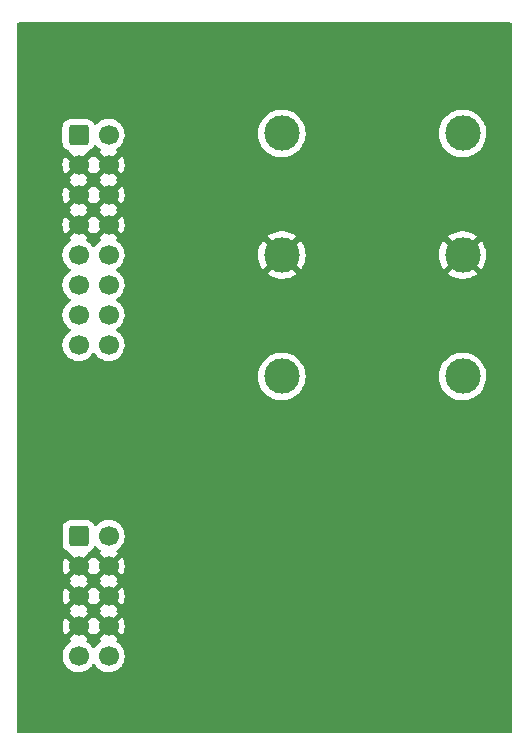
<source format=gbl>
%TF.GenerationSoftware,KiCad,Pcbnew,(6.0.0-0)*%
%TF.CreationDate,2022-04-11T16:32:45+01:00*%
%TF.ProjectId,euro-power-friend,6575726f-2d70-46f7-9765-722d66726965,rev?*%
%TF.SameCoordinates,Original*%
%TF.FileFunction,Copper,L2,Bot*%
%TF.FilePolarity,Positive*%
%FSLAX46Y46*%
G04 Gerber Fmt 4.6, Leading zero omitted, Abs format (unit mm)*
G04 Created by KiCad (PCBNEW (6.0.0-0)) date 2022-04-11 16:32:45*
%MOMM*%
%LPD*%
G01*
G04 APERTURE LIST*
G04 Aperture macros list*
%AMRoundRect*
0 Rectangle with rounded corners*
0 $1 Rounding radius*
0 $2 $3 $4 $5 $6 $7 $8 $9 X,Y pos of 4 corners*
0 Add a 4 corners polygon primitive as box body*
4,1,4,$2,$3,$4,$5,$6,$7,$8,$9,$2,$3,0*
0 Add four circle primitives for the rounded corners*
1,1,$1+$1,$2,$3*
1,1,$1+$1,$4,$5*
1,1,$1+$1,$6,$7*
1,1,$1+$1,$8,$9*
0 Add four rect primitives between the rounded corners*
20,1,$1+$1,$2,$3,$4,$5,0*
20,1,$1+$1,$4,$5,$6,$7,0*
20,1,$1+$1,$6,$7,$8,$9,0*
20,1,$1+$1,$8,$9,$2,$3,0*%
G04 Aperture macros list end*
%TA.AperFunction,ComponentPad*%
%ADD10RoundRect,0.250000X-0.600000X-0.600000X0.600000X-0.600000X0.600000X0.600000X-0.600000X0.600000X0*%
%TD*%
%TA.AperFunction,ComponentPad*%
%ADD11C,1.700000*%
%TD*%
%TA.AperFunction,ComponentPad*%
%ADD12C,3.000000*%
%TD*%
%TA.AperFunction,ViaPad*%
%ADD13C,0.762000*%
%TD*%
G04 APERTURE END LIST*
D10*
%TO.P,J5,1,Pin_1*%
%TO.N,-12V*%
X118237000Y-104569500D03*
D11*
%TO.P,J5,2,Pin_2*%
X120777000Y-104569500D03*
%TO.P,J5,3,Pin_3*%
%TO.N,GND*%
X118237000Y-107109500D03*
%TO.P,J5,4,Pin_4*%
X120777000Y-107109500D03*
%TO.P,J5,5,Pin_5*%
X118237000Y-109649500D03*
%TO.P,J5,6,Pin_6*%
X120777000Y-109649500D03*
%TO.P,J5,7,Pin_7*%
X118237000Y-112189500D03*
%TO.P,J5,8,Pin_8*%
X120777000Y-112189500D03*
%TO.P,J5,9,Pin_9*%
%TO.N,+12V*%
X118237000Y-114729500D03*
%TO.P,J5,10,Pin_10*%
X120777000Y-114729500D03*
%TD*%
D10*
%TO.P,J4,1,Pin_1*%
%TO.N,-12V*%
X118229806Y-70600432D03*
D11*
%TO.P,J4,2,Pin_2*%
X120769806Y-70600432D03*
%TO.P,J4,3,Pin_3*%
%TO.N,GND*%
X118229806Y-73140432D03*
%TO.P,J4,4,Pin_4*%
X120769806Y-73140432D03*
%TO.P,J4,5,Pin_5*%
X118229806Y-75680432D03*
%TO.P,J4,6,Pin_6*%
X120769806Y-75680432D03*
%TO.P,J4,7,Pin_7*%
X118229806Y-78220432D03*
%TO.P,J4,8,Pin_8*%
X120769806Y-78220432D03*
%TO.P,J4,9,Pin_9*%
%TO.N,+12V*%
X118229806Y-80760432D03*
%TO.P,J4,10,Pin_10*%
X120769806Y-80760432D03*
%TO.P,J4,11,Pin_11*%
%TO.N,unconnected-(J4-Pad11)*%
X118229806Y-83300432D03*
%TO.P,J4,12,Pin_12*%
%TO.N,unconnected-(J4-Pad12)*%
X120769806Y-83300432D03*
%TO.P,J4,13,Pin_13*%
%TO.N,unconnected-(J4-Pad13)*%
X118229806Y-85840432D03*
%TO.P,J4,14,Pin_14*%
%TO.N,unconnected-(J4-Pad14)*%
X120769806Y-85840432D03*
%TO.P,J4,15,Pin_15*%
%TO.N,unconnected-(J4-Pad15)*%
X118229806Y-88380432D03*
%TO.P,J4,16,Pin_16*%
%TO.N,unconnected-(J4-Pad16)*%
X120769806Y-88380432D03*
%TD*%
D12*
%TO.P,J3,1*%
%TO.N,-12V*%
X135449000Y-70485000D03*
X150749000Y-70485000D03*
%TD*%
%TO.P,J2,1*%
%TO.N,GND*%
X150749000Y-80772000D03*
X135449000Y-80772000D03*
%TD*%
%TO.P,J1,1*%
%TO.N,+12V*%
X135449000Y-91059000D03*
X150749000Y-91059000D03*
%TD*%
D13*
%TO.N,GND*%
X128270000Y-76327000D03*
X127889000Y-65659000D03*
X147193000Y-112522000D03*
X127889000Y-95758000D03*
%TD*%
%TA.AperFunction,Conductor*%
%TO.N,GND*%
G36*
X154783058Y-61088500D02*
G01*
X154797859Y-61090805D01*
X154797862Y-61090805D01*
X154806731Y-61092186D01*
X154812852Y-61091385D01*
X154879374Y-61111803D01*
X154925209Y-61166022D01*
X154933777Y-61207865D01*
X154934814Y-61207729D01*
X154938936Y-61239250D01*
X154940000Y-61255588D01*
X154940000Y-121108673D01*
X154938500Y-121128057D01*
X154934814Y-121151731D01*
X154935615Y-121157852D01*
X154915197Y-121224374D01*
X154860978Y-121270209D01*
X154819135Y-121278777D01*
X154819271Y-121279814D01*
X154787750Y-121283936D01*
X154771412Y-121285000D01*
X113206327Y-121285000D01*
X113186942Y-121283500D01*
X113172141Y-121281195D01*
X113172138Y-121281195D01*
X113163269Y-121279814D01*
X113157148Y-121280615D01*
X113090626Y-121260197D01*
X113044791Y-121205978D01*
X113036223Y-121164135D01*
X113035186Y-121164271D01*
X113031064Y-121132750D01*
X113030000Y-121116412D01*
X113030000Y-114696195D01*
X116874251Y-114696195D01*
X116874548Y-114701348D01*
X116874548Y-114701351D01*
X116880011Y-114796090D01*
X116887110Y-114919215D01*
X116888247Y-114924261D01*
X116888248Y-114924267D01*
X116908119Y-115012439D01*
X116936222Y-115137139D01*
X117020266Y-115344116D01*
X117071019Y-115426938D01*
X117134291Y-115530188D01*
X117136987Y-115534588D01*
X117283250Y-115703438D01*
X117455126Y-115846132D01*
X117648000Y-115958838D01*
X117856692Y-116038530D01*
X117861760Y-116039561D01*
X117861763Y-116039562D01*
X117969017Y-116061383D01*
X118075597Y-116083067D01*
X118080772Y-116083257D01*
X118080774Y-116083257D01*
X118293673Y-116091064D01*
X118293677Y-116091064D01*
X118298837Y-116091253D01*
X118303957Y-116090597D01*
X118303959Y-116090597D01*
X118515288Y-116063525D01*
X118515289Y-116063525D01*
X118520416Y-116062868D01*
X118525366Y-116061383D01*
X118729429Y-116000161D01*
X118729434Y-116000159D01*
X118734384Y-115998674D01*
X118934994Y-115900396D01*
X119116860Y-115770673D01*
X119275096Y-115612989D01*
X119334594Y-115530189D01*
X119405453Y-115431577D01*
X119406776Y-115432528D01*
X119453645Y-115389357D01*
X119523580Y-115377125D01*
X119589026Y-115404644D01*
X119616875Y-115436494D01*
X119676987Y-115534588D01*
X119823250Y-115703438D01*
X119995126Y-115846132D01*
X120188000Y-115958838D01*
X120396692Y-116038530D01*
X120401760Y-116039561D01*
X120401763Y-116039562D01*
X120509017Y-116061383D01*
X120615597Y-116083067D01*
X120620772Y-116083257D01*
X120620774Y-116083257D01*
X120833673Y-116091064D01*
X120833677Y-116091064D01*
X120838837Y-116091253D01*
X120843957Y-116090597D01*
X120843959Y-116090597D01*
X121055288Y-116063525D01*
X121055289Y-116063525D01*
X121060416Y-116062868D01*
X121065366Y-116061383D01*
X121269429Y-116000161D01*
X121269434Y-116000159D01*
X121274384Y-115998674D01*
X121474994Y-115900396D01*
X121656860Y-115770673D01*
X121815096Y-115612989D01*
X121874594Y-115530189D01*
X121942435Y-115435777D01*
X121945453Y-115431577D01*
X121966320Y-115389357D01*
X122042136Y-115235953D01*
X122042137Y-115235951D01*
X122044430Y-115231311D01*
X122109370Y-115017569D01*
X122138529Y-114796090D01*
X122140156Y-114729500D01*
X122121852Y-114506861D01*
X122067431Y-114290202D01*
X121978354Y-114085340D01*
X121857014Y-113897777D01*
X121706670Y-113732551D01*
X121702619Y-113729352D01*
X121702615Y-113729348D01*
X121535414Y-113597300D01*
X121535410Y-113597298D01*
X121531359Y-113594098D01*
X121489569Y-113571029D01*
X121439598Y-113520597D01*
X121424826Y-113451154D01*
X121449942Y-113384748D01*
X121477293Y-113358142D01*
X121526247Y-113323223D01*
X121534648Y-113312523D01*
X121527660Y-113299370D01*
X120789812Y-112561522D01*
X120775868Y-112553908D01*
X120774035Y-112554039D01*
X120767420Y-112558290D01*
X120023737Y-113301973D01*
X120016977Y-113314353D01*
X120022258Y-113321407D01*
X120068969Y-113348703D01*
X120117693Y-113400341D01*
X120130764Y-113470124D01*
X120104033Y-113535896D01*
X120063584Y-113569252D01*
X120050607Y-113576007D01*
X120046474Y-113579110D01*
X120046471Y-113579112D01*
X120022247Y-113597300D01*
X119871965Y-113710135D01*
X119717629Y-113871638D01*
X119610201Y-114029121D01*
X119555293Y-114074121D01*
X119484768Y-114082292D01*
X119421021Y-114051038D01*
X119400324Y-114026554D01*
X119319822Y-113902117D01*
X119319820Y-113902114D01*
X119317014Y-113897777D01*
X119166670Y-113732551D01*
X119162619Y-113729352D01*
X119162615Y-113729348D01*
X118995414Y-113597300D01*
X118995410Y-113597298D01*
X118991359Y-113594098D01*
X118949569Y-113571029D01*
X118899598Y-113520597D01*
X118884826Y-113451154D01*
X118909942Y-113384748D01*
X118937293Y-113358142D01*
X118986247Y-113323223D01*
X118994648Y-113312523D01*
X118987660Y-113299370D01*
X118249812Y-112561522D01*
X118235868Y-112553908D01*
X118234035Y-112554039D01*
X118227420Y-112558290D01*
X117483737Y-113301973D01*
X117476977Y-113314353D01*
X117482258Y-113321407D01*
X117528969Y-113348703D01*
X117577693Y-113400341D01*
X117590764Y-113470124D01*
X117564033Y-113535896D01*
X117523584Y-113569252D01*
X117510607Y-113576007D01*
X117506474Y-113579110D01*
X117506471Y-113579112D01*
X117482247Y-113597300D01*
X117331965Y-113710135D01*
X117177629Y-113871638D01*
X117051743Y-114056180D01*
X116957688Y-114258805D01*
X116897989Y-114474070D01*
X116874251Y-114696195D01*
X113030000Y-114696195D01*
X113030000Y-112161363D01*
X116875050Y-112161363D01*
X116887309Y-112373977D01*
X116888745Y-112384197D01*
X116935565Y-112591946D01*
X116938645Y-112601775D01*
X117018770Y-112799103D01*
X117023413Y-112808294D01*
X117103460Y-112938920D01*
X117113916Y-112948380D01*
X117122694Y-112944596D01*
X117864978Y-112202312D01*
X117871356Y-112190632D01*
X118601408Y-112190632D01*
X118601539Y-112192465D01*
X118605790Y-112199080D01*
X119347474Y-112940764D01*
X119359484Y-112947323D01*
X119371223Y-112938355D01*
X119405022Y-112891319D01*
X119406149Y-112892129D01*
X119453659Y-112848381D01*
X119523596Y-112836161D01*
X119589038Y-112863691D01*
X119616870Y-112895529D01*
X119643459Y-112938919D01*
X119653916Y-112948380D01*
X119662694Y-112944596D01*
X120404978Y-112202312D01*
X120411356Y-112190632D01*
X121141408Y-112190632D01*
X121141539Y-112192465D01*
X121145790Y-112199080D01*
X121887474Y-112940764D01*
X121899484Y-112947323D01*
X121911223Y-112938355D01*
X121942004Y-112895519D01*
X121947315Y-112886680D01*
X122041670Y-112695767D01*
X122045469Y-112686172D01*
X122107376Y-112482415D01*
X122109555Y-112472334D01*
X122137590Y-112259387D01*
X122138109Y-112252712D01*
X122139572Y-112192864D01*
X122139378Y-112186146D01*
X122121781Y-111972104D01*
X122120096Y-111961924D01*
X122068214Y-111755375D01*
X122064894Y-111745624D01*
X121979972Y-111550314D01*
X121975105Y-111541239D01*
X121910063Y-111440697D01*
X121899377Y-111431495D01*
X121889812Y-111435898D01*
X121149022Y-112176688D01*
X121141408Y-112190632D01*
X120411356Y-112190632D01*
X120412592Y-112188368D01*
X120412461Y-112186535D01*
X120408210Y-112179920D01*
X119666849Y-111438559D01*
X119655313Y-111432259D01*
X119643028Y-111441884D01*
X119610192Y-111490020D01*
X119555281Y-111535023D01*
X119484756Y-111543194D01*
X119421009Y-111511940D01*
X119400311Y-111487455D01*
X119370062Y-111440697D01*
X119359377Y-111431495D01*
X119349812Y-111435898D01*
X118609022Y-112176688D01*
X118601408Y-112190632D01*
X117871356Y-112190632D01*
X117872592Y-112188368D01*
X117872461Y-112186535D01*
X117868210Y-112179920D01*
X117126849Y-111438559D01*
X117115313Y-111432259D01*
X117103031Y-111441882D01*
X117055089Y-111512162D01*
X117050004Y-111521113D01*
X116960338Y-111714283D01*
X116956775Y-111723970D01*
X116899864Y-111929181D01*
X116897933Y-111939300D01*
X116875302Y-112151074D01*
X116875050Y-112161363D01*
X113030000Y-112161363D01*
X113030000Y-110774353D01*
X117476977Y-110774353D01*
X117482258Y-110781407D01*
X117529479Y-110809001D01*
X117578203Y-110860639D01*
X117591274Y-110930422D01*
X117564543Y-110996194D01*
X117524087Y-111029553D01*
X117515466Y-111034041D01*
X117506734Y-111039539D01*
X117486677Y-111054599D01*
X117478223Y-111065927D01*
X117484968Y-111078258D01*
X118224188Y-111817478D01*
X118238132Y-111825092D01*
X118239965Y-111824961D01*
X118246580Y-111820710D01*
X118990389Y-111076901D01*
X118997410Y-111064044D01*
X118990611Y-111054713D01*
X118986559Y-111052021D01*
X118949116Y-111031352D01*
X118899145Y-110980920D01*
X118884373Y-110911477D01*
X118909489Y-110845072D01*
X118936840Y-110818465D01*
X118986247Y-110783223D01*
X118993211Y-110774353D01*
X120016977Y-110774353D01*
X120022258Y-110781407D01*
X120069479Y-110809001D01*
X120118203Y-110860639D01*
X120131274Y-110930422D01*
X120104543Y-110996194D01*
X120064087Y-111029553D01*
X120055466Y-111034041D01*
X120046734Y-111039539D01*
X120026677Y-111054599D01*
X120018223Y-111065927D01*
X120024968Y-111078258D01*
X120764188Y-111817478D01*
X120778132Y-111825092D01*
X120779965Y-111824961D01*
X120786580Y-111820710D01*
X121530389Y-111076901D01*
X121537410Y-111064044D01*
X121530611Y-111054713D01*
X121526559Y-111052021D01*
X121489116Y-111031352D01*
X121439145Y-110980920D01*
X121424373Y-110911477D01*
X121449489Y-110845072D01*
X121476840Y-110818465D01*
X121526247Y-110783223D01*
X121534648Y-110772523D01*
X121527660Y-110759370D01*
X120789812Y-110021522D01*
X120775868Y-110013908D01*
X120774035Y-110014039D01*
X120767420Y-110018290D01*
X120023737Y-110761973D01*
X120016977Y-110774353D01*
X118993211Y-110774353D01*
X118994648Y-110772523D01*
X118987660Y-110759370D01*
X118249812Y-110021522D01*
X118235868Y-110013908D01*
X118234035Y-110014039D01*
X118227420Y-110018290D01*
X117483737Y-110761973D01*
X117476977Y-110774353D01*
X113030000Y-110774353D01*
X113030000Y-109621363D01*
X116875050Y-109621363D01*
X116887309Y-109833977D01*
X116888745Y-109844197D01*
X116935565Y-110051946D01*
X116938645Y-110061775D01*
X117018770Y-110259103D01*
X117023413Y-110268294D01*
X117103460Y-110398920D01*
X117113916Y-110408380D01*
X117122694Y-110404596D01*
X117864978Y-109662312D01*
X117871356Y-109650632D01*
X118601408Y-109650632D01*
X118601539Y-109652465D01*
X118605790Y-109659080D01*
X119347474Y-110400764D01*
X119359484Y-110407323D01*
X119371223Y-110398355D01*
X119405022Y-110351319D01*
X119406149Y-110352129D01*
X119453659Y-110308381D01*
X119523596Y-110296161D01*
X119589038Y-110323691D01*
X119616870Y-110355529D01*
X119643459Y-110398919D01*
X119653916Y-110408380D01*
X119662694Y-110404596D01*
X120404978Y-109662312D01*
X120411356Y-109650632D01*
X121141408Y-109650632D01*
X121141539Y-109652465D01*
X121145790Y-109659080D01*
X121887474Y-110400764D01*
X121899484Y-110407323D01*
X121911223Y-110398355D01*
X121942004Y-110355519D01*
X121947315Y-110346680D01*
X122041670Y-110155767D01*
X122045469Y-110146172D01*
X122107376Y-109942415D01*
X122109555Y-109932334D01*
X122137590Y-109719387D01*
X122138109Y-109712712D01*
X122139572Y-109652864D01*
X122139378Y-109646146D01*
X122121781Y-109432104D01*
X122120096Y-109421924D01*
X122068214Y-109215375D01*
X122064894Y-109205624D01*
X121979972Y-109010314D01*
X121975105Y-109001239D01*
X121910063Y-108900697D01*
X121899377Y-108891495D01*
X121889812Y-108895898D01*
X121149022Y-109636688D01*
X121141408Y-109650632D01*
X120411356Y-109650632D01*
X120412592Y-109648368D01*
X120412461Y-109646535D01*
X120408210Y-109639920D01*
X119666849Y-108898559D01*
X119655313Y-108892259D01*
X119643028Y-108901884D01*
X119610192Y-108950020D01*
X119555281Y-108995023D01*
X119484756Y-109003194D01*
X119421009Y-108971940D01*
X119400311Y-108947455D01*
X119370062Y-108900697D01*
X119359377Y-108891495D01*
X119349812Y-108895898D01*
X118609022Y-109636688D01*
X118601408Y-109650632D01*
X117871356Y-109650632D01*
X117872592Y-109648368D01*
X117872461Y-109646535D01*
X117868210Y-109639920D01*
X117126849Y-108898559D01*
X117115313Y-108892259D01*
X117103031Y-108901882D01*
X117055089Y-108972162D01*
X117050004Y-108981113D01*
X116960338Y-109174283D01*
X116956775Y-109183970D01*
X116899864Y-109389181D01*
X116897933Y-109399300D01*
X116875302Y-109611074D01*
X116875050Y-109621363D01*
X113030000Y-109621363D01*
X113030000Y-108234353D01*
X117476977Y-108234353D01*
X117482258Y-108241407D01*
X117529479Y-108269001D01*
X117578203Y-108320639D01*
X117591274Y-108390422D01*
X117564543Y-108456194D01*
X117524087Y-108489553D01*
X117515466Y-108494041D01*
X117506734Y-108499539D01*
X117486677Y-108514599D01*
X117478223Y-108525927D01*
X117484968Y-108538258D01*
X118224188Y-109277478D01*
X118238132Y-109285092D01*
X118239965Y-109284961D01*
X118246580Y-109280710D01*
X118990389Y-108536901D01*
X118997410Y-108524044D01*
X118990611Y-108514713D01*
X118986559Y-108512021D01*
X118949116Y-108491352D01*
X118899145Y-108440920D01*
X118884373Y-108371477D01*
X118909489Y-108305072D01*
X118936840Y-108278465D01*
X118986247Y-108243223D01*
X118993211Y-108234353D01*
X120016977Y-108234353D01*
X120022258Y-108241407D01*
X120069479Y-108269001D01*
X120118203Y-108320639D01*
X120131274Y-108390422D01*
X120104543Y-108456194D01*
X120064087Y-108489553D01*
X120055466Y-108494041D01*
X120046734Y-108499539D01*
X120026677Y-108514599D01*
X120018223Y-108525927D01*
X120024968Y-108538258D01*
X120764188Y-109277478D01*
X120778132Y-109285092D01*
X120779965Y-109284961D01*
X120786580Y-109280710D01*
X121530389Y-108536901D01*
X121537410Y-108524044D01*
X121530611Y-108514713D01*
X121526559Y-108512021D01*
X121489116Y-108491352D01*
X121439145Y-108440920D01*
X121424373Y-108371477D01*
X121449489Y-108305072D01*
X121476840Y-108278465D01*
X121526247Y-108243223D01*
X121534648Y-108232523D01*
X121527660Y-108219370D01*
X120789812Y-107481522D01*
X120775868Y-107473908D01*
X120774035Y-107474039D01*
X120767420Y-107478290D01*
X120023737Y-108221973D01*
X120016977Y-108234353D01*
X118993211Y-108234353D01*
X118994648Y-108232523D01*
X118987660Y-108219370D01*
X118249812Y-107481522D01*
X118235868Y-107473908D01*
X118234035Y-107474039D01*
X118227420Y-107478290D01*
X117483737Y-108221973D01*
X117476977Y-108234353D01*
X113030000Y-108234353D01*
X113030000Y-107081363D01*
X116875050Y-107081363D01*
X116887309Y-107293977D01*
X116888745Y-107304197D01*
X116935565Y-107511946D01*
X116938645Y-107521775D01*
X117018770Y-107719103D01*
X117023413Y-107728294D01*
X117103460Y-107858920D01*
X117113916Y-107868380D01*
X117122694Y-107864596D01*
X117864978Y-107122312D01*
X117871356Y-107110632D01*
X118601408Y-107110632D01*
X118601539Y-107112465D01*
X118605790Y-107119080D01*
X119347474Y-107860764D01*
X119359484Y-107867323D01*
X119371223Y-107858355D01*
X119405022Y-107811319D01*
X119406149Y-107812129D01*
X119453659Y-107768381D01*
X119523596Y-107756161D01*
X119589038Y-107783691D01*
X119616870Y-107815529D01*
X119643459Y-107858919D01*
X119653916Y-107868380D01*
X119662694Y-107864596D01*
X120404978Y-107122312D01*
X120411356Y-107110632D01*
X121141408Y-107110632D01*
X121141539Y-107112465D01*
X121145790Y-107119080D01*
X121887474Y-107860764D01*
X121899484Y-107867323D01*
X121911223Y-107858355D01*
X121942004Y-107815519D01*
X121947315Y-107806680D01*
X122041670Y-107615767D01*
X122045469Y-107606172D01*
X122107376Y-107402415D01*
X122109555Y-107392334D01*
X122137590Y-107179387D01*
X122138109Y-107172712D01*
X122139572Y-107112864D01*
X122139378Y-107106146D01*
X122121781Y-106892104D01*
X122120096Y-106881924D01*
X122068214Y-106675375D01*
X122064894Y-106665624D01*
X121979972Y-106470314D01*
X121975105Y-106461239D01*
X121910063Y-106360697D01*
X121899377Y-106351495D01*
X121889812Y-106355898D01*
X121149022Y-107096688D01*
X121141408Y-107110632D01*
X120411356Y-107110632D01*
X120412592Y-107108368D01*
X120412461Y-107106535D01*
X120408210Y-107099920D01*
X119666849Y-106358559D01*
X119655313Y-106352259D01*
X119643028Y-106361884D01*
X119610192Y-106410020D01*
X119555281Y-106455023D01*
X119484756Y-106463194D01*
X119421009Y-106431940D01*
X119400311Y-106407455D01*
X119370062Y-106360697D01*
X119359377Y-106351495D01*
X119349812Y-106355898D01*
X118609022Y-107096688D01*
X118601408Y-107110632D01*
X117871356Y-107110632D01*
X117872592Y-107108368D01*
X117872461Y-107106535D01*
X117868210Y-107099920D01*
X117126849Y-106358559D01*
X117115313Y-106352259D01*
X117103031Y-106361882D01*
X117055089Y-106432162D01*
X117050004Y-106441113D01*
X116960338Y-106634283D01*
X116956775Y-106643970D01*
X116899864Y-106849181D01*
X116897933Y-106859300D01*
X116875302Y-107071074D01*
X116875050Y-107081363D01*
X113030000Y-107081363D01*
X113030000Y-105219900D01*
X116878500Y-105219900D01*
X116878837Y-105223146D01*
X116878837Y-105223150D01*
X116884298Y-105275777D01*
X116889474Y-105325666D01*
X116891655Y-105332202D01*
X116891655Y-105332204D01*
X116935728Y-105464306D01*
X116945450Y-105493446D01*
X117038522Y-105643848D01*
X117163697Y-105768805D01*
X117169927Y-105772645D01*
X117169928Y-105772646D01*
X117307090Y-105857194D01*
X117314262Y-105861615D01*
X117384939Y-105885057D01*
X117389219Y-105886477D01*
X117447579Y-105926907D01*
X117458299Y-105952711D01*
X117459650Y-105951972D01*
X117484968Y-105998258D01*
X118224188Y-106737478D01*
X118238132Y-106745092D01*
X118239965Y-106744961D01*
X118246580Y-106740710D01*
X118990389Y-105996901D01*
X119013183Y-105955159D01*
X119015357Y-105945166D01*
X119065561Y-105894966D01*
X119086066Y-105886032D01*
X119108552Y-105878530D01*
X119160946Y-105861050D01*
X119311348Y-105767978D01*
X119436305Y-105642803D01*
X119529115Y-105492238D01*
X119531418Y-105485295D01*
X119533763Y-105480266D01*
X119580680Y-105426981D01*
X119648958Y-105407521D01*
X119716918Y-105428064D01*
X119743194Y-105451020D01*
X119819860Y-105539525D01*
X119823250Y-105543438D01*
X119995126Y-105686132D01*
X120068955Y-105729274D01*
X120117679Y-105780912D01*
X120130750Y-105850695D01*
X120104019Y-105916467D01*
X120063562Y-105949827D01*
X120055460Y-105954044D01*
X120046734Y-105959539D01*
X120026677Y-105974599D01*
X120018223Y-105985927D01*
X120024968Y-105998258D01*
X120764188Y-106737478D01*
X120778132Y-106745092D01*
X120779965Y-106744961D01*
X120786580Y-106740710D01*
X121530389Y-105996901D01*
X121537410Y-105984044D01*
X121530611Y-105974713D01*
X121526559Y-105972021D01*
X121489602Y-105951620D01*
X121439631Y-105901187D01*
X121424859Y-105831745D01*
X121449975Y-105765339D01*
X121477327Y-105738732D01*
X121500797Y-105721991D01*
X121656860Y-105610673D01*
X121815096Y-105452989D01*
X121945453Y-105271577D01*
X121972608Y-105216634D01*
X122042136Y-105075953D01*
X122042137Y-105075951D01*
X122044430Y-105071311D01*
X122109370Y-104857569D01*
X122138529Y-104636090D01*
X122140156Y-104569500D01*
X122121852Y-104346861D01*
X122067431Y-104130202D01*
X121978354Y-103925340D01*
X121857014Y-103737777D01*
X121706670Y-103572551D01*
X121702619Y-103569352D01*
X121702615Y-103569348D01*
X121535414Y-103437300D01*
X121535410Y-103437298D01*
X121531359Y-103434098D01*
X121335789Y-103326138D01*
X121330920Y-103324414D01*
X121330916Y-103324412D01*
X121130087Y-103253295D01*
X121130083Y-103253294D01*
X121125212Y-103251569D01*
X121120119Y-103250662D01*
X121120116Y-103250661D01*
X120910373Y-103213300D01*
X120910367Y-103213299D01*
X120905284Y-103212394D01*
X120831452Y-103211492D01*
X120687081Y-103209728D01*
X120687079Y-103209728D01*
X120681911Y-103209665D01*
X120461091Y-103243455D01*
X120248756Y-103312857D01*
X120218443Y-103328637D01*
X120128678Y-103375366D01*
X120050607Y-103416007D01*
X120046474Y-103419110D01*
X120046471Y-103419112D01*
X119876100Y-103547030D01*
X119871965Y-103550135D01*
X119780781Y-103645554D01*
X119738027Y-103690293D01*
X119676503Y-103725723D01*
X119605590Y-103722266D01*
X119547804Y-103681020D01*
X119532833Y-103656694D01*
X119530865Y-103652494D01*
X119528550Y-103645554D01*
X119435478Y-103495152D01*
X119310303Y-103370195D01*
X119236030Y-103324412D01*
X119165968Y-103281225D01*
X119165966Y-103281224D01*
X119159738Y-103277385D01*
X118999254Y-103224155D01*
X118998389Y-103223868D01*
X118998387Y-103223868D01*
X118991861Y-103221703D01*
X118985025Y-103221003D01*
X118985022Y-103221002D01*
X118941969Y-103216591D01*
X118887400Y-103211000D01*
X117586600Y-103211000D01*
X117583354Y-103211337D01*
X117583350Y-103211337D01*
X117487692Y-103221262D01*
X117487688Y-103221263D01*
X117480834Y-103221974D01*
X117474298Y-103224155D01*
X117474296Y-103224155D01*
X117411631Y-103245062D01*
X117313054Y-103277950D01*
X117162652Y-103371022D01*
X117157479Y-103376204D01*
X117099686Y-103434098D01*
X117037695Y-103496197D01*
X117033855Y-103502427D01*
X117033854Y-103502428D01*
X116949466Y-103639331D01*
X116944885Y-103646762D01*
X116889203Y-103814639D01*
X116878500Y-103919100D01*
X116878500Y-105219900D01*
X113030000Y-105219900D01*
X113030000Y-91037918D01*
X133435917Y-91037918D01*
X133451682Y-91311320D01*
X133452507Y-91315525D01*
X133452508Y-91315533D01*
X133463127Y-91369657D01*
X133504405Y-91580053D01*
X133505792Y-91584103D01*
X133505793Y-91584108D01*
X133526605Y-91644895D01*
X133593112Y-91839144D01*
X133716160Y-92083799D01*
X133718586Y-92087328D01*
X133718589Y-92087334D01*
X133868843Y-92305953D01*
X133871274Y-92309490D01*
X134055582Y-92512043D01*
X134265675Y-92687707D01*
X134269316Y-92689991D01*
X134494024Y-92830951D01*
X134494028Y-92830953D01*
X134497664Y-92833234D01*
X134565544Y-92863883D01*
X134743345Y-92944164D01*
X134743349Y-92944166D01*
X134747257Y-92945930D01*
X134751377Y-92947150D01*
X134751376Y-92947150D01*
X135005723Y-93022491D01*
X135005727Y-93022492D01*
X135009836Y-93023709D01*
X135014070Y-93024357D01*
X135014075Y-93024358D01*
X135276298Y-93064483D01*
X135276300Y-93064483D01*
X135280540Y-93065132D01*
X135419912Y-93067322D01*
X135550071Y-93069367D01*
X135550077Y-93069367D01*
X135554362Y-93069434D01*
X135826235Y-93036534D01*
X136091127Y-92967041D01*
X136095087Y-92965401D01*
X136095092Y-92965399D01*
X136217631Y-92914641D01*
X136344136Y-92862241D01*
X136580582Y-92724073D01*
X136796089Y-92555094D01*
X136837809Y-92512043D01*
X136983686Y-92361509D01*
X136986669Y-92358431D01*
X136989202Y-92354983D01*
X136989206Y-92354978D01*
X137146257Y-92141178D01*
X137148795Y-92137723D01*
X137176154Y-92087334D01*
X137277418Y-91900830D01*
X137277419Y-91900828D01*
X137279468Y-91897054D01*
X137376269Y-91640877D01*
X137437407Y-91373933D01*
X137461751Y-91101161D01*
X137462193Y-91059000D01*
X137460756Y-91037918D01*
X148735917Y-91037918D01*
X148751682Y-91311320D01*
X148752507Y-91315525D01*
X148752508Y-91315533D01*
X148763127Y-91369657D01*
X148804405Y-91580053D01*
X148805792Y-91584103D01*
X148805793Y-91584108D01*
X148826605Y-91644895D01*
X148893112Y-91839144D01*
X149016160Y-92083799D01*
X149018586Y-92087328D01*
X149018589Y-92087334D01*
X149168843Y-92305953D01*
X149171274Y-92309490D01*
X149355582Y-92512043D01*
X149565675Y-92687707D01*
X149569316Y-92689991D01*
X149794024Y-92830951D01*
X149794028Y-92830953D01*
X149797664Y-92833234D01*
X149865544Y-92863883D01*
X150043345Y-92944164D01*
X150043349Y-92944166D01*
X150047257Y-92945930D01*
X150051377Y-92947150D01*
X150051376Y-92947150D01*
X150305723Y-93022491D01*
X150305727Y-93022492D01*
X150309836Y-93023709D01*
X150314070Y-93024357D01*
X150314075Y-93024358D01*
X150576298Y-93064483D01*
X150576300Y-93064483D01*
X150580540Y-93065132D01*
X150719912Y-93067322D01*
X150850071Y-93069367D01*
X150850077Y-93069367D01*
X150854362Y-93069434D01*
X151126235Y-93036534D01*
X151391127Y-92967041D01*
X151395087Y-92965401D01*
X151395092Y-92965399D01*
X151517631Y-92914641D01*
X151644136Y-92862241D01*
X151880582Y-92724073D01*
X152096089Y-92555094D01*
X152137809Y-92512043D01*
X152283686Y-92361509D01*
X152286669Y-92358431D01*
X152289202Y-92354983D01*
X152289206Y-92354978D01*
X152446257Y-92141178D01*
X152448795Y-92137723D01*
X152476154Y-92087334D01*
X152577418Y-91900830D01*
X152577419Y-91900828D01*
X152579468Y-91897054D01*
X152676269Y-91640877D01*
X152737407Y-91373933D01*
X152761751Y-91101161D01*
X152762193Y-91059000D01*
X152743567Y-90785778D01*
X152688032Y-90517612D01*
X152596617Y-90259465D01*
X152471013Y-90016112D01*
X152461040Y-90001921D01*
X152316008Y-89795562D01*
X152313545Y-89792057D01*
X152218208Y-89689462D01*
X152130046Y-89594588D01*
X152130043Y-89594585D01*
X152127125Y-89591445D01*
X152123810Y-89588731D01*
X152123806Y-89588728D01*
X151923284Y-89424603D01*
X151915205Y-89417990D01*
X151681704Y-89274901D01*
X151677768Y-89273173D01*
X151434873Y-89166549D01*
X151434869Y-89166548D01*
X151430945Y-89164825D01*
X151167566Y-89089800D01*
X151163324Y-89089196D01*
X151163318Y-89089195D01*
X150962834Y-89060662D01*
X150896443Y-89051213D01*
X150752589Y-89050460D01*
X150626877Y-89049802D01*
X150626871Y-89049802D01*
X150622591Y-89049780D01*
X150618347Y-89050339D01*
X150618343Y-89050339D01*
X150499302Y-89066011D01*
X150351078Y-89085525D01*
X150346938Y-89086658D01*
X150346936Y-89086658D01*
X150274008Y-89106609D01*
X150086928Y-89157788D01*
X150082980Y-89159472D01*
X149838982Y-89263546D01*
X149838978Y-89263548D01*
X149835030Y-89265232D01*
X149815125Y-89277145D01*
X149603725Y-89403664D01*
X149603721Y-89403667D01*
X149600043Y-89405868D01*
X149386318Y-89577094D01*
X149317507Y-89649606D01*
X149237421Y-89733999D01*
X149197808Y-89775742D01*
X149038002Y-89998136D01*
X148909857Y-90240161D01*
X148908385Y-90244184D01*
X148908383Y-90244188D01*
X148901314Y-90263506D01*
X148815743Y-90497337D01*
X148757404Y-90764907D01*
X148735917Y-91037918D01*
X137460756Y-91037918D01*
X137443567Y-90785778D01*
X137388032Y-90517612D01*
X137296617Y-90259465D01*
X137171013Y-90016112D01*
X137161040Y-90001921D01*
X137016008Y-89795562D01*
X137013545Y-89792057D01*
X136918208Y-89689462D01*
X136830046Y-89594588D01*
X136830043Y-89594585D01*
X136827125Y-89591445D01*
X136823810Y-89588731D01*
X136823806Y-89588728D01*
X136623284Y-89424603D01*
X136615205Y-89417990D01*
X136381704Y-89274901D01*
X136377768Y-89273173D01*
X136134873Y-89166549D01*
X136134869Y-89166548D01*
X136130945Y-89164825D01*
X135867566Y-89089800D01*
X135863324Y-89089196D01*
X135863318Y-89089195D01*
X135662834Y-89060662D01*
X135596443Y-89051213D01*
X135452589Y-89050460D01*
X135326877Y-89049802D01*
X135326871Y-89049802D01*
X135322591Y-89049780D01*
X135318347Y-89050339D01*
X135318343Y-89050339D01*
X135199302Y-89066011D01*
X135051078Y-89085525D01*
X135046938Y-89086658D01*
X135046936Y-89086658D01*
X134974008Y-89106609D01*
X134786928Y-89157788D01*
X134782980Y-89159472D01*
X134538982Y-89263546D01*
X134538978Y-89263548D01*
X134535030Y-89265232D01*
X134515125Y-89277145D01*
X134303725Y-89403664D01*
X134303721Y-89403667D01*
X134300043Y-89405868D01*
X134086318Y-89577094D01*
X134017507Y-89649606D01*
X133937421Y-89733999D01*
X133897808Y-89775742D01*
X133738002Y-89998136D01*
X133609857Y-90240161D01*
X133608385Y-90244184D01*
X133608383Y-90244188D01*
X133601314Y-90263506D01*
X133515743Y-90497337D01*
X133457404Y-90764907D01*
X133435917Y-91037918D01*
X113030000Y-91037918D01*
X113030000Y-88347127D01*
X116867057Y-88347127D01*
X116867354Y-88352280D01*
X116867354Y-88352283D01*
X116872817Y-88447022D01*
X116879916Y-88570147D01*
X116881053Y-88575193D01*
X116881054Y-88575199D01*
X116900925Y-88663371D01*
X116929028Y-88788071D01*
X117013072Y-88995048D01*
X117063825Y-89077870D01*
X117127097Y-89181120D01*
X117129793Y-89185520D01*
X117276056Y-89354370D01*
X117447932Y-89497064D01*
X117640806Y-89609770D01*
X117849498Y-89689462D01*
X117854566Y-89690493D01*
X117854569Y-89690494D01*
X117961823Y-89712315D01*
X118068403Y-89733999D01*
X118073578Y-89734189D01*
X118073580Y-89734189D01*
X118286479Y-89741996D01*
X118286483Y-89741996D01*
X118291643Y-89742185D01*
X118296763Y-89741529D01*
X118296765Y-89741529D01*
X118508094Y-89714457D01*
X118508095Y-89714457D01*
X118513222Y-89713800D01*
X118518172Y-89712315D01*
X118722235Y-89651093D01*
X118722240Y-89651091D01*
X118727190Y-89649606D01*
X118927800Y-89551328D01*
X119109666Y-89421605D01*
X119115541Y-89415751D01*
X119254632Y-89277145D01*
X119267902Y-89263921D01*
X119327400Y-89181121D01*
X119398259Y-89082509D01*
X119399582Y-89083460D01*
X119446451Y-89040289D01*
X119516386Y-89028057D01*
X119581832Y-89055576D01*
X119609681Y-89087426D01*
X119669793Y-89185520D01*
X119816056Y-89354370D01*
X119987932Y-89497064D01*
X120180806Y-89609770D01*
X120389498Y-89689462D01*
X120394566Y-89690493D01*
X120394569Y-89690494D01*
X120501823Y-89712315D01*
X120608403Y-89733999D01*
X120613578Y-89734189D01*
X120613580Y-89734189D01*
X120826479Y-89741996D01*
X120826483Y-89741996D01*
X120831643Y-89742185D01*
X120836763Y-89741529D01*
X120836765Y-89741529D01*
X121048094Y-89714457D01*
X121048095Y-89714457D01*
X121053222Y-89713800D01*
X121058172Y-89712315D01*
X121262235Y-89651093D01*
X121262240Y-89651091D01*
X121267190Y-89649606D01*
X121467800Y-89551328D01*
X121649666Y-89421605D01*
X121655541Y-89415751D01*
X121794632Y-89277145D01*
X121807902Y-89263921D01*
X121867400Y-89181121D01*
X121935241Y-89086709D01*
X121938259Y-89082509D01*
X121953428Y-89051818D01*
X122034942Y-88886885D01*
X122034943Y-88886883D01*
X122037236Y-88882243D01*
X122102176Y-88668501D01*
X122131335Y-88447022D01*
X122132962Y-88380432D01*
X122114658Y-88157793D01*
X122060237Y-87941134D01*
X121971160Y-87736272D01*
X121849820Y-87548709D01*
X121699476Y-87383483D01*
X121695425Y-87380284D01*
X121695421Y-87380280D01*
X121528220Y-87248232D01*
X121528216Y-87248230D01*
X121524165Y-87245030D01*
X121482859Y-87222228D01*
X121432890Y-87171796D01*
X121418118Y-87102353D01*
X121443234Y-87035948D01*
X121470586Y-87009341D01*
X121514409Y-86978082D01*
X121649666Y-86881605D01*
X121807902Y-86723921D01*
X121867400Y-86641121D01*
X121935241Y-86546709D01*
X121938259Y-86542509D01*
X121959126Y-86500289D01*
X122034942Y-86346885D01*
X122034943Y-86346883D01*
X122037236Y-86342243D01*
X122102176Y-86128501D01*
X122131335Y-85907022D01*
X122132962Y-85840432D01*
X122114658Y-85617793D01*
X122060237Y-85401134D01*
X121971160Y-85196272D01*
X121849820Y-85008709D01*
X121699476Y-84843483D01*
X121695425Y-84840284D01*
X121695421Y-84840280D01*
X121528220Y-84708232D01*
X121528216Y-84708230D01*
X121524165Y-84705030D01*
X121482859Y-84682228D01*
X121432890Y-84631796D01*
X121418118Y-84562353D01*
X121443234Y-84495948D01*
X121470586Y-84469341D01*
X121514409Y-84438082D01*
X121649666Y-84341605D01*
X121807902Y-84183921D01*
X121867400Y-84101121D01*
X121935241Y-84006709D01*
X121938259Y-84002509D01*
X121959126Y-83960289D01*
X122034942Y-83806885D01*
X122034943Y-83806883D01*
X122037236Y-83802243D01*
X122102176Y-83588501D01*
X122131335Y-83367022D01*
X122132962Y-83300432D01*
X122114658Y-83077793D01*
X122060237Y-82861134D01*
X121971160Y-82656272D01*
X121931712Y-82595294D01*
X121852628Y-82473049D01*
X121852626Y-82473046D01*
X121849820Y-82468709D01*
X121752408Y-82361654D01*
X134224618Y-82361654D01*
X134231673Y-82371627D01*
X134262679Y-82397551D01*
X134269598Y-82402579D01*
X134494272Y-82543515D01*
X134501807Y-82547556D01*
X134743520Y-82656694D01*
X134751551Y-82659680D01*
X135005832Y-82735002D01*
X135014184Y-82736869D01*
X135276340Y-82776984D01*
X135284874Y-82777700D01*
X135550045Y-82781867D01*
X135558596Y-82781418D01*
X135821883Y-82749557D01*
X135830284Y-82747955D01*
X136086824Y-82680653D01*
X136094926Y-82677926D01*
X136339949Y-82576434D01*
X136347617Y-82572628D01*
X136576598Y-82438822D01*
X136583679Y-82434009D01*
X136663655Y-82371301D01*
X136670545Y-82361654D01*
X149524618Y-82361654D01*
X149531673Y-82371627D01*
X149562679Y-82397551D01*
X149569598Y-82402579D01*
X149794272Y-82543515D01*
X149801807Y-82547556D01*
X150043520Y-82656694D01*
X150051551Y-82659680D01*
X150305832Y-82735002D01*
X150314184Y-82736869D01*
X150576340Y-82776984D01*
X150584874Y-82777700D01*
X150850045Y-82781867D01*
X150858596Y-82781418D01*
X151121883Y-82749557D01*
X151130284Y-82747955D01*
X151386824Y-82680653D01*
X151394926Y-82677926D01*
X151639949Y-82576434D01*
X151647617Y-82572628D01*
X151876598Y-82438822D01*
X151883679Y-82434009D01*
X151963655Y-82371301D01*
X151972125Y-82359442D01*
X151965608Y-82347818D01*
X150761812Y-81144022D01*
X150747868Y-81136408D01*
X150746035Y-81136539D01*
X150739420Y-81140790D01*
X149531910Y-82348300D01*
X149524618Y-82361654D01*
X136670545Y-82361654D01*
X136672125Y-82359442D01*
X136665608Y-82347818D01*
X135461812Y-81144022D01*
X135447868Y-81136408D01*
X135446035Y-81136539D01*
X135439420Y-81140790D01*
X134231910Y-82348300D01*
X134224618Y-82361654D01*
X121752408Y-82361654D01*
X121699476Y-82303483D01*
X121695425Y-82300284D01*
X121695421Y-82300280D01*
X121528220Y-82168232D01*
X121528216Y-82168230D01*
X121524165Y-82165030D01*
X121482859Y-82142228D01*
X121432890Y-82091796D01*
X121418118Y-82022353D01*
X121443234Y-81955948D01*
X121470586Y-81929341D01*
X121514409Y-81898082D01*
X121649666Y-81801605D01*
X121807902Y-81643921D01*
X121867400Y-81561121D01*
X121935241Y-81466709D01*
X121938259Y-81462509D01*
X121959126Y-81420289D01*
X122034942Y-81266885D01*
X122034943Y-81266883D01*
X122037236Y-81262243D01*
X122102176Y-81048501D01*
X122131335Y-80827022D01*
X122131710Y-80811677D01*
X122132880Y-80763797D01*
X122132880Y-80763793D01*
X122132962Y-80760432D01*
X122132532Y-80755204D01*
X133436665Y-80755204D01*
X133451932Y-81019969D01*
X133453005Y-81028470D01*
X133504065Y-81288722D01*
X133506276Y-81296974D01*
X133592184Y-81547894D01*
X133595499Y-81555779D01*
X133714664Y-81792713D01*
X133719020Y-81800079D01*
X133848347Y-81988250D01*
X133858601Y-81996594D01*
X133872342Y-81989448D01*
X135076978Y-80784812D01*
X135083356Y-80773132D01*
X135813408Y-80773132D01*
X135813539Y-80774965D01*
X135817790Y-80781580D01*
X137024730Y-81988520D01*
X137036939Y-81995187D01*
X137048439Y-81986497D01*
X137145831Y-81853913D01*
X137150418Y-81846685D01*
X137276962Y-81613621D01*
X137280530Y-81605827D01*
X137374271Y-81357750D01*
X137376748Y-81349544D01*
X137435954Y-81091038D01*
X137437294Y-81082577D01*
X137461031Y-80816616D01*
X137461277Y-80811677D01*
X137461666Y-80774485D01*
X137461523Y-80769519D01*
X137460547Y-80755204D01*
X148736665Y-80755204D01*
X148751932Y-81019969D01*
X148753005Y-81028470D01*
X148804065Y-81288722D01*
X148806276Y-81296974D01*
X148892184Y-81547894D01*
X148895499Y-81555779D01*
X149014664Y-81792713D01*
X149019020Y-81800079D01*
X149148347Y-81988250D01*
X149158601Y-81996594D01*
X149172342Y-81989448D01*
X150376978Y-80784812D01*
X150383356Y-80773132D01*
X151113408Y-80773132D01*
X151113539Y-80774965D01*
X151117790Y-80781580D01*
X152324730Y-81988520D01*
X152336939Y-81995187D01*
X152348439Y-81986497D01*
X152445831Y-81853913D01*
X152450418Y-81846685D01*
X152576962Y-81613621D01*
X152580530Y-81605827D01*
X152674271Y-81357750D01*
X152676748Y-81349544D01*
X152735954Y-81091038D01*
X152737294Y-81082577D01*
X152761031Y-80816616D01*
X152761277Y-80811677D01*
X152761666Y-80774485D01*
X152761523Y-80769519D01*
X152743362Y-80503123D01*
X152742201Y-80494649D01*
X152688419Y-80234944D01*
X152686120Y-80226709D01*
X152597588Y-79976705D01*
X152594191Y-79968854D01*
X152472550Y-79733178D01*
X152468122Y-79725866D01*
X152349031Y-79556417D01*
X152338509Y-79548037D01*
X152325121Y-79555089D01*
X151121022Y-80759188D01*
X151113408Y-80773132D01*
X150383356Y-80773132D01*
X150384592Y-80770868D01*
X150384461Y-80769035D01*
X150380210Y-80762420D01*
X149172814Y-79555024D01*
X149160804Y-79548466D01*
X149149064Y-79557434D01*
X149040935Y-79707911D01*
X149036418Y-79715196D01*
X148912325Y-79949567D01*
X148908839Y-79957395D01*
X148817700Y-80206446D01*
X148815311Y-80214670D01*
X148758812Y-80473795D01*
X148757563Y-80482250D01*
X148736754Y-80746653D01*
X148736665Y-80755204D01*
X137460547Y-80755204D01*
X137443362Y-80503123D01*
X137442201Y-80494649D01*
X137388419Y-80234944D01*
X137386120Y-80226709D01*
X137297588Y-79976705D01*
X137294191Y-79968854D01*
X137172550Y-79733178D01*
X137168122Y-79725866D01*
X137049031Y-79556417D01*
X137038509Y-79548037D01*
X137025121Y-79555089D01*
X135821022Y-80759188D01*
X135813408Y-80773132D01*
X135083356Y-80773132D01*
X135084592Y-80770868D01*
X135084461Y-80769035D01*
X135080210Y-80762420D01*
X133872814Y-79555024D01*
X133860804Y-79548466D01*
X133849064Y-79557434D01*
X133740935Y-79707911D01*
X133736418Y-79715196D01*
X133612325Y-79949567D01*
X133608839Y-79957395D01*
X133517700Y-80206446D01*
X133515311Y-80214670D01*
X133458812Y-80473795D01*
X133457563Y-80482250D01*
X133436754Y-80746653D01*
X133436665Y-80755204D01*
X122132532Y-80755204D01*
X122114658Y-80537793D01*
X122060237Y-80321134D01*
X121971160Y-80116272D01*
X121849820Y-79928709D01*
X121699476Y-79763483D01*
X121695425Y-79760284D01*
X121695421Y-79760280D01*
X121528220Y-79628232D01*
X121528216Y-79628230D01*
X121524165Y-79625030D01*
X121482375Y-79601961D01*
X121432404Y-79551529D01*
X121417632Y-79482086D01*
X121442748Y-79415680D01*
X121470099Y-79389074D01*
X121519053Y-79354155D01*
X121527454Y-79343455D01*
X121520466Y-79330302D01*
X121374664Y-79184500D01*
X134225584Y-79184500D01*
X134231980Y-79195770D01*
X135436188Y-80399978D01*
X135450132Y-80407592D01*
X135451965Y-80407461D01*
X135458580Y-80403210D01*
X136665604Y-79196186D01*
X136671985Y-79184500D01*
X149525584Y-79184500D01*
X149531980Y-79195770D01*
X150736188Y-80399978D01*
X150750132Y-80407592D01*
X150751965Y-80407461D01*
X150758580Y-80403210D01*
X151965604Y-79196186D01*
X151972795Y-79183017D01*
X151965473Y-79172780D01*
X151918233Y-79134115D01*
X151911261Y-79129160D01*
X151685122Y-78990582D01*
X151677552Y-78986624D01*
X151434704Y-78880022D01*
X151426644Y-78877120D01*
X151171592Y-78804467D01*
X151163214Y-78802685D01*
X150900656Y-78765318D01*
X150892111Y-78764691D01*
X150626908Y-78763302D01*
X150618374Y-78763839D01*
X150355433Y-78798456D01*
X150347035Y-78800149D01*
X150091238Y-78870127D01*
X150083143Y-78872946D01*
X149839199Y-78976997D01*
X149831577Y-78980881D01*
X149604013Y-79117075D01*
X149596981Y-79121962D01*
X149534053Y-79172377D01*
X149525584Y-79184500D01*
X136671985Y-79184500D01*
X136672795Y-79183017D01*
X136665473Y-79172780D01*
X136618233Y-79134115D01*
X136611261Y-79129160D01*
X136385122Y-78990582D01*
X136377552Y-78986624D01*
X136134704Y-78880022D01*
X136126644Y-78877120D01*
X135871592Y-78804467D01*
X135863214Y-78802685D01*
X135600656Y-78765318D01*
X135592111Y-78764691D01*
X135326908Y-78763302D01*
X135318374Y-78763839D01*
X135055433Y-78798456D01*
X135047035Y-78800149D01*
X134791238Y-78870127D01*
X134783143Y-78872946D01*
X134539199Y-78976997D01*
X134531577Y-78980881D01*
X134304013Y-79117075D01*
X134296981Y-79121962D01*
X134234053Y-79172377D01*
X134225584Y-79184500D01*
X121374664Y-79184500D01*
X120782618Y-78592454D01*
X120768674Y-78584840D01*
X120766841Y-78584971D01*
X120760226Y-78589222D01*
X120016543Y-79332905D01*
X120009783Y-79345285D01*
X120015064Y-79352339D01*
X120061775Y-79379635D01*
X120110499Y-79431273D01*
X120123570Y-79501056D01*
X120096839Y-79566828D01*
X120056390Y-79600184D01*
X120043413Y-79606939D01*
X120039280Y-79610042D01*
X120039277Y-79610044D01*
X119875278Y-79733178D01*
X119864771Y-79741067D01*
X119710435Y-79902570D01*
X119603007Y-80060053D01*
X119548099Y-80105053D01*
X119477574Y-80113224D01*
X119413827Y-80081970D01*
X119393130Y-80057486D01*
X119312628Y-79933049D01*
X119312626Y-79933046D01*
X119309820Y-79928709D01*
X119159476Y-79763483D01*
X119155425Y-79760284D01*
X119155421Y-79760280D01*
X118988220Y-79628232D01*
X118988216Y-79628230D01*
X118984165Y-79625030D01*
X118942375Y-79601961D01*
X118892404Y-79551529D01*
X118877632Y-79482086D01*
X118902748Y-79415680D01*
X118930099Y-79389074D01*
X118979053Y-79354155D01*
X118987454Y-79343455D01*
X118980466Y-79330302D01*
X118242618Y-78592454D01*
X118228674Y-78584840D01*
X118226841Y-78584971D01*
X118220226Y-78589222D01*
X117476543Y-79332905D01*
X117469783Y-79345285D01*
X117475064Y-79352339D01*
X117521775Y-79379635D01*
X117570499Y-79431273D01*
X117583570Y-79501056D01*
X117556839Y-79566828D01*
X117516390Y-79600184D01*
X117503413Y-79606939D01*
X117499280Y-79610042D01*
X117499277Y-79610044D01*
X117335278Y-79733178D01*
X117324771Y-79741067D01*
X117170435Y-79902570D01*
X117167526Y-79906835D01*
X117167520Y-79906843D01*
X117082362Y-80031681D01*
X117044549Y-80087112D01*
X117028809Y-80121022D01*
X116979751Y-80226709D01*
X116950494Y-80289737D01*
X116890795Y-80505002D01*
X116867057Y-80727127D01*
X116867354Y-80732280D01*
X116867354Y-80732283D01*
X116872817Y-80827022D01*
X116879916Y-80950147D01*
X116881053Y-80955193D01*
X116881054Y-80955199D01*
X116895651Y-81019969D01*
X116929028Y-81168071D01*
X117013072Y-81375048D01*
X117063825Y-81457870D01*
X117127097Y-81561120D01*
X117129793Y-81565520D01*
X117276056Y-81734370D01*
X117447932Y-81877064D01*
X117518401Y-81918243D01*
X117521251Y-81919908D01*
X117569975Y-81971546D01*
X117583046Y-82041329D01*
X117556315Y-82107101D01*
X117515861Y-82140459D01*
X117503413Y-82146939D01*
X117499280Y-82150042D01*
X117499277Y-82150044D01*
X117475053Y-82168232D01*
X117324771Y-82281067D01*
X117170435Y-82442570D01*
X117044549Y-82627112D01*
X117030818Y-82656694D01*
X116974649Y-82777700D01*
X116950494Y-82829737D01*
X116890795Y-83045002D01*
X116867057Y-83267127D01*
X116867354Y-83272280D01*
X116867354Y-83272283D01*
X116872817Y-83367022D01*
X116879916Y-83490147D01*
X116881053Y-83495193D01*
X116881054Y-83495199D01*
X116900925Y-83583371D01*
X116929028Y-83708071D01*
X117013072Y-83915048D01*
X117063825Y-83997870D01*
X117127097Y-84101120D01*
X117129793Y-84105520D01*
X117276056Y-84274370D01*
X117447932Y-84417064D01*
X117518401Y-84458243D01*
X117521251Y-84459908D01*
X117569975Y-84511546D01*
X117583046Y-84581329D01*
X117556315Y-84647101D01*
X117515861Y-84680459D01*
X117503413Y-84686939D01*
X117499280Y-84690042D01*
X117499277Y-84690044D01*
X117475053Y-84708232D01*
X117324771Y-84821067D01*
X117170435Y-84982570D01*
X117044549Y-85167112D01*
X116950494Y-85369737D01*
X116890795Y-85585002D01*
X116867057Y-85807127D01*
X116867354Y-85812280D01*
X116867354Y-85812283D01*
X116872817Y-85907022D01*
X116879916Y-86030147D01*
X116881053Y-86035193D01*
X116881054Y-86035199D01*
X116900925Y-86123371D01*
X116929028Y-86248071D01*
X117013072Y-86455048D01*
X117063825Y-86537870D01*
X117127097Y-86641120D01*
X117129793Y-86645520D01*
X117276056Y-86814370D01*
X117447932Y-86957064D01*
X117518401Y-86998243D01*
X117521251Y-86999908D01*
X117569975Y-87051546D01*
X117583046Y-87121329D01*
X117556315Y-87187101D01*
X117515861Y-87220459D01*
X117503413Y-87226939D01*
X117499280Y-87230042D01*
X117499277Y-87230044D01*
X117475053Y-87248232D01*
X117324771Y-87361067D01*
X117170435Y-87522570D01*
X117044549Y-87707112D01*
X116950494Y-87909737D01*
X116890795Y-88125002D01*
X116867057Y-88347127D01*
X113030000Y-88347127D01*
X113030000Y-78192295D01*
X116867856Y-78192295D01*
X116880115Y-78404909D01*
X116881551Y-78415129D01*
X116928371Y-78622878D01*
X116931451Y-78632707D01*
X117011576Y-78830035D01*
X117016219Y-78839226D01*
X117096266Y-78969852D01*
X117106722Y-78979312D01*
X117115500Y-78975528D01*
X117857784Y-78233244D01*
X117864162Y-78221564D01*
X118594214Y-78221564D01*
X118594345Y-78223397D01*
X118598596Y-78230012D01*
X119340280Y-78971696D01*
X119352290Y-78978255D01*
X119364029Y-78969287D01*
X119397828Y-78922251D01*
X119398955Y-78923061D01*
X119446465Y-78879313D01*
X119516402Y-78867093D01*
X119581844Y-78894623D01*
X119609676Y-78926461D01*
X119636265Y-78969851D01*
X119646722Y-78979312D01*
X119655500Y-78975528D01*
X120397784Y-78233244D01*
X120404162Y-78221564D01*
X121134214Y-78221564D01*
X121134345Y-78223397D01*
X121138596Y-78230012D01*
X121880280Y-78971696D01*
X121892290Y-78978255D01*
X121904029Y-78969287D01*
X121934810Y-78926451D01*
X121940121Y-78917612D01*
X122034476Y-78726699D01*
X122038275Y-78717104D01*
X122100182Y-78513347D01*
X122102361Y-78503266D01*
X122130396Y-78290319D01*
X122130915Y-78283644D01*
X122132378Y-78223796D01*
X122132184Y-78217078D01*
X122114587Y-78003036D01*
X122112902Y-77992856D01*
X122061020Y-77786307D01*
X122057700Y-77776556D01*
X121972778Y-77581246D01*
X121967911Y-77572171D01*
X121902869Y-77471629D01*
X121892183Y-77462427D01*
X121882618Y-77466830D01*
X121141828Y-78207620D01*
X121134214Y-78221564D01*
X120404162Y-78221564D01*
X120405398Y-78219300D01*
X120405267Y-78217467D01*
X120401016Y-78210852D01*
X119659655Y-77469491D01*
X119648119Y-77463191D01*
X119635834Y-77472816D01*
X119602998Y-77520952D01*
X119548087Y-77565955D01*
X119477562Y-77574126D01*
X119413815Y-77542872D01*
X119393117Y-77518387D01*
X119362868Y-77471629D01*
X119352183Y-77462427D01*
X119342618Y-77466830D01*
X118601828Y-78207620D01*
X118594214Y-78221564D01*
X117864162Y-78221564D01*
X117865398Y-78219300D01*
X117865267Y-78217467D01*
X117861016Y-78210852D01*
X117119655Y-77469491D01*
X117108119Y-77463191D01*
X117095837Y-77472814D01*
X117047895Y-77543094D01*
X117042810Y-77552045D01*
X116953144Y-77745215D01*
X116949581Y-77754902D01*
X116892670Y-77960113D01*
X116890739Y-77970232D01*
X116868108Y-78182006D01*
X116867856Y-78192295D01*
X113030000Y-78192295D01*
X113030000Y-76805285D01*
X117469783Y-76805285D01*
X117475064Y-76812339D01*
X117522285Y-76839933D01*
X117571009Y-76891571D01*
X117584080Y-76961354D01*
X117557349Y-77027126D01*
X117516893Y-77060485D01*
X117508272Y-77064973D01*
X117499540Y-77070471D01*
X117479483Y-77085531D01*
X117471029Y-77096859D01*
X117477774Y-77109190D01*
X118216994Y-77848410D01*
X118230938Y-77856024D01*
X118232771Y-77855893D01*
X118239386Y-77851642D01*
X118983195Y-77107833D01*
X118990216Y-77094976D01*
X118983417Y-77085645D01*
X118979365Y-77082953D01*
X118941922Y-77062284D01*
X118891951Y-77011852D01*
X118877179Y-76942409D01*
X118902295Y-76876004D01*
X118929646Y-76849397D01*
X118979053Y-76814155D01*
X118986017Y-76805285D01*
X120009783Y-76805285D01*
X120015064Y-76812339D01*
X120062285Y-76839933D01*
X120111009Y-76891571D01*
X120124080Y-76961354D01*
X120097349Y-77027126D01*
X120056893Y-77060485D01*
X120048272Y-77064973D01*
X120039540Y-77070471D01*
X120019483Y-77085531D01*
X120011029Y-77096859D01*
X120017774Y-77109190D01*
X120756994Y-77848410D01*
X120770938Y-77856024D01*
X120772771Y-77855893D01*
X120779386Y-77851642D01*
X121523195Y-77107833D01*
X121530216Y-77094976D01*
X121523417Y-77085645D01*
X121519365Y-77082953D01*
X121481922Y-77062284D01*
X121431951Y-77011852D01*
X121417179Y-76942409D01*
X121442295Y-76876004D01*
X121469646Y-76849397D01*
X121519053Y-76814155D01*
X121527454Y-76803455D01*
X121520466Y-76790302D01*
X120782618Y-76052454D01*
X120768674Y-76044840D01*
X120766841Y-76044971D01*
X120760226Y-76049222D01*
X120016543Y-76792905D01*
X120009783Y-76805285D01*
X118986017Y-76805285D01*
X118987454Y-76803455D01*
X118980466Y-76790302D01*
X118242618Y-76052454D01*
X118228674Y-76044840D01*
X118226841Y-76044971D01*
X118220226Y-76049222D01*
X117476543Y-76792905D01*
X117469783Y-76805285D01*
X113030000Y-76805285D01*
X113030000Y-75652295D01*
X116867856Y-75652295D01*
X116880115Y-75864909D01*
X116881551Y-75875129D01*
X116928371Y-76082878D01*
X116931451Y-76092707D01*
X117011576Y-76290035D01*
X117016219Y-76299226D01*
X117096266Y-76429852D01*
X117106722Y-76439312D01*
X117115500Y-76435528D01*
X117857784Y-75693244D01*
X117864162Y-75681564D01*
X118594214Y-75681564D01*
X118594345Y-75683397D01*
X118598596Y-75690012D01*
X119340280Y-76431696D01*
X119352290Y-76438255D01*
X119364029Y-76429287D01*
X119397828Y-76382251D01*
X119398955Y-76383061D01*
X119446465Y-76339313D01*
X119516402Y-76327093D01*
X119581844Y-76354623D01*
X119609676Y-76386461D01*
X119636265Y-76429851D01*
X119646722Y-76439312D01*
X119655500Y-76435528D01*
X120397784Y-75693244D01*
X120404162Y-75681564D01*
X121134214Y-75681564D01*
X121134345Y-75683397D01*
X121138596Y-75690012D01*
X121880280Y-76431696D01*
X121892290Y-76438255D01*
X121904029Y-76429287D01*
X121934810Y-76386451D01*
X121940121Y-76377612D01*
X122034476Y-76186699D01*
X122038275Y-76177104D01*
X122100182Y-75973347D01*
X122102361Y-75963266D01*
X122130396Y-75750319D01*
X122130915Y-75743644D01*
X122132378Y-75683796D01*
X122132184Y-75677078D01*
X122114587Y-75463036D01*
X122112902Y-75452856D01*
X122061020Y-75246307D01*
X122057700Y-75236556D01*
X121972778Y-75041246D01*
X121967911Y-75032171D01*
X121902869Y-74931629D01*
X121892183Y-74922427D01*
X121882618Y-74926830D01*
X121141828Y-75667620D01*
X121134214Y-75681564D01*
X120404162Y-75681564D01*
X120405398Y-75679300D01*
X120405267Y-75677467D01*
X120401016Y-75670852D01*
X119659655Y-74929491D01*
X119648119Y-74923191D01*
X119635834Y-74932816D01*
X119602998Y-74980952D01*
X119548087Y-75025955D01*
X119477562Y-75034126D01*
X119413815Y-75002872D01*
X119393117Y-74978387D01*
X119362868Y-74931629D01*
X119352183Y-74922427D01*
X119342618Y-74926830D01*
X118601828Y-75667620D01*
X118594214Y-75681564D01*
X117864162Y-75681564D01*
X117865398Y-75679300D01*
X117865267Y-75677467D01*
X117861016Y-75670852D01*
X117119655Y-74929491D01*
X117108119Y-74923191D01*
X117095837Y-74932814D01*
X117047895Y-75003094D01*
X117042810Y-75012045D01*
X116953144Y-75205215D01*
X116949581Y-75214902D01*
X116892670Y-75420113D01*
X116890739Y-75430232D01*
X116868108Y-75642006D01*
X116867856Y-75652295D01*
X113030000Y-75652295D01*
X113030000Y-74265285D01*
X117469783Y-74265285D01*
X117475064Y-74272339D01*
X117522285Y-74299933D01*
X117571009Y-74351571D01*
X117584080Y-74421354D01*
X117557349Y-74487126D01*
X117516893Y-74520485D01*
X117508272Y-74524973D01*
X117499540Y-74530471D01*
X117479483Y-74545531D01*
X117471029Y-74556859D01*
X117477774Y-74569190D01*
X118216994Y-75308410D01*
X118230938Y-75316024D01*
X118232771Y-75315893D01*
X118239386Y-75311642D01*
X118983195Y-74567833D01*
X118990216Y-74554976D01*
X118983417Y-74545645D01*
X118979365Y-74542953D01*
X118941922Y-74522284D01*
X118891951Y-74471852D01*
X118877179Y-74402409D01*
X118902295Y-74336004D01*
X118929646Y-74309397D01*
X118979053Y-74274155D01*
X118986017Y-74265285D01*
X120009783Y-74265285D01*
X120015064Y-74272339D01*
X120062285Y-74299933D01*
X120111009Y-74351571D01*
X120124080Y-74421354D01*
X120097349Y-74487126D01*
X120056893Y-74520485D01*
X120048272Y-74524973D01*
X120039540Y-74530471D01*
X120019483Y-74545531D01*
X120011029Y-74556859D01*
X120017774Y-74569190D01*
X120756994Y-75308410D01*
X120770938Y-75316024D01*
X120772771Y-75315893D01*
X120779386Y-75311642D01*
X121523195Y-74567833D01*
X121530216Y-74554976D01*
X121523417Y-74545645D01*
X121519365Y-74542953D01*
X121481922Y-74522284D01*
X121431951Y-74471852D01*
X121417179Y-74402409D01*
X121442295Y-74336004D01*
X121469646Y-74309397D01*
X121519053Y-74274155D01*
X121527454Y-74263455D01*
X121520466Y-74250302D01*
X120782618Y-73512454D01*
X120768674Y-73504840D01*
X120766841Y-73504971D01*
X120760226Y-73509222D01*
X120016543Y-74252905D01*
X120009783Y-74265285D01*
X118986017Y-74265285D01*
X118987454Y-74263455D01*
X118980466Y-74250302D01*
X118242618Y-73512454D01*
X118228674Y-73504840D01*
X118226841Y-73504971D01*
X118220226Y-73509222D01*
X117476543Y-74252905D01*
X117469783Y-74265285D01*
X113030000Y-74265285D01*
X113030000Y-73112295D01*
X116867856Y-73112295D01*
X116880115Y-73324909D01*
X116881551Y-73335129D01*
X116928371Y-73542878D01*
X116931451Y-73552707D01*
X117011576Y-73750035D01*
X117016219Y-73759226D01*
X117096266Y-73889852D01*
X117106722Y-73899312D01*
X117115500Y-73895528D01*
X117857784Y-73153244D01*
X117864162Y-73141564D01*
X118594214Y-73141564D01*
X118594345Y-73143397D01*
X118598596Y-73150012D01*
X119340280Y-73891696D01*
X119352290Y-73898255D01*
X119364029Y-73889287D01*
X119397828Y-73842251D01*
X119398955Y-73843061D01*
X119446465Y-73799313D01*
X119516402Y-73787093D01*
X119581844Y-73814623D01*
X119609676Y-73846461D01*
X119636265Y-73889851D01*
X119646722Y-73899312D01*
X119655500Y-73895528D01*
X120397784Y-73153244D01*
X120404162Y-73141564D01*
X121134214Y-73141564D01*
X121134345Y-73143397D01*
X121138596Y-73150012D01*
X121880280Y-73891696D01*
X121892290Y-73898255D01*
X121904029Y-73889287D01*
X121934810Y-73846451D01*
X121940121Y-73837612D01*
X122034476Y-73646699D01*
X122038275Y-73637104D01*
X122100182Y-73433347D01*
X122102361Y-73423266D01*
X122130396Y-73210319D01*
X122130915Y-73203644D01*
X122132378Y-73143796D01*
X122132184Y-73137078D01*
X122114587Y-72923036D01*
X122112902Y-72912856D01*
X122061020Y-72706307D01*
X122057700Y-72696556D01*
X121972778Y-72501246D01*
X121967911Y-72492171D01*
X121902869Y-72391629D01*
X121892183Y-72382427D01*
X121882618Y-72386830D01*
X121141828Y-73127620D01*
X121134214Y-73141564D01*
X120404162Y-73141564D01*
X120405398Y-73139300D01*
X120405267Y-73137467D01*
X120401016Y-73130852D01*
X119659655Y-72389491D01*
X119648119Y-72383191D01*
X119635834Y-72392816D01*
X119602998Y-72440952D01*
X119548087Y-72485955D01*
X119477562Y-72494126D01*
X119413815Y-72462872D01*
X119393117Y-72438387D01*
X119362868Y-72391629D01*
X119352183Y-72382427D01*
X119342618Y-72386830D01*
X118601828Y-73127620D01*
X118594214Y-73141564D01*
X117864162Y-73141564D01*
X117865398Y-73139300D01*
X117865267Y-73137467D01*
X117861016Y-73130852D01*
X117119655Y-72389491D01*
X117108119Y-72383191D01*
X117095837Y-72392814D01*
X117047895Y-72463094D01*
X117042810Y-72472045D01*
X116953144Y-72665215D01*
X116949581Y-72674902D01*
X116892670Y-72880113D01*
X116890739Y-72890232D01*
X116868108Y-73102006D01*
X116867856Y-73112295D01*
X113030000Y-73112295D01*
X113030000Y-71250832D01*
X116871306Y-71250832D01*
X116871643Y-71254078D01*
X116871643Y-71254082D01*
X116878800Y-71323054D01*
X116882280Y-71356598D01*
X116884461Y-71363134D01*
X116884461Y-71363136D01*
X116928534Y-71495238D01*
X116938256Y-71524378D01*
X117031328Y-71674780D01*
X117156503Y-71799737D01*
X117162733Y-71803577D01*
X117162734Y-71803578D01*
X117299896Y-71888126D01*
X117307068Y-71892547D01*
X117377745Y-71915989D01*
X117382025Y-71917409D01*
X117440385Y-71957839D01*
X117451105Y-71983643D01*
X117452456Y-71982904D01*
X117477774Y-72029190D01*
X118216994Y-72768410D01*
X118230938Y-72776024D01*
X118232771Y-72775893D01*
X118239386Y-72771642D01*
X118983195Y-72027833D01*
X119005989Y-71986091D01*
X119008163Y-71976098D01*
X119058367Y-71925898D01*
X119078872Y-71916964D01*
X119101358Y-71909462D01*
X119153752Y-71891982D01*
X119304154Y-71798910D01*
X119429111Y-71673735D01*
X119521921Y-71523170D01*
X119524224Y-71516227D01*
X119526569Y-71511198D01*
X119573486Y-71457913D01*
X119641764Y-71438453D01*
X119709724Y-71458996D01*
X119736000Y-71481952D01*
X119803569Y-71559955D01*
X119816056Y-71574370D01*
X119987932Y-71717064D01*
X120024896Y-71738664D01*
X120061761Y-71760206D01*
X120110485Y-71811844D01*
X120123556Y-71881627D01*
X120096825Y-71947399D01*
X120056368Y-71980759D01*
X120048266Y-71984976D01*
X120039540Y-71990471D01*
X120019483Y-72005531D01*
X120011029Y-72016859D01*
X120017774Y-72029190D01*
X120756994Y-72768410D01*
X120770938Y-72776024D01*
X120772771Y-72775893D01*
X120779386Y-72771642D01*
X121523195Y-72027833D01*
X121530216Y-72014976D01*
X121523417Y-72005645D01*
X121519365Y-72002953D01*
X121482408Y-71982552D01*
X121432437Y-71932119D01*
X121417665Y-71862677D01*
X121442781Y-71796271D01*
X121470133Y-71769664D01*
X121493603Y-71752923D01*
X121649666Y-71641605D01*
X121807902Y-71483921D01*
X121938259Y-71302509D01*
X121954833Y-71268975D01*
X122034942Y-71106885D01*
X122034943Y-71106883D01*
X122037236Y-71102243D01*
X122102176Y-70888501D01*
X122131335Y-70667022D01*
X122132962Y-70600432D01*
X122121739Y-70463918D01*
X133435917Y-70463918D01*
X133451682Y-70737320D01*
X133452507Y-70741525D01*
X133452508Y-70741533D01*
X133463127Y-70795657D01*
X133504405Y-71006053D01*
X133505792Y-71010103D01*
X133505793Y-71010108D01*
X133591723Y-71261088D01*
X133593112Y-71265144D01*
X133611905Y-71302509D01*
X133704980Y-71487569D01*
X133716160Y-71509799D01*
X133718586Y-71513328D01*
X133718589Y-71513334D01*
X133828831Y-71673735D01*
X133871274Y-71735490D01*
X133874161Y-71738663D01*
X133874162Y-71738664D01*
X134029575Y-71909462D01*
X134055582Y-71938043D01*
X134058877Y-71940798D01*
X134058878Y-71940799D01*
X134133214Y-72002953D01*
X134265675Y-72113707D01*
X134269316Y-72115991D01*
X134494024Y-72256951D01*
X134494028Y-72256953D01*
X134497664Y-72259234D01*
X134565544Y-72289883D01*
X134743345Y-72370164D01*
X134743349Y-72370166D01*
X134747257Y-72371930D01*
X134785274Y-72383191D01*
X135005723Y-72448491D01*
X135005727Y-72448492D01*
X135009836Y-72449709D01*
X135014070Y-72450357D01*
X135014075Y-72450358D01*
X135276298Y-72490483D01*
X135276300Y-72490483D01*
X135280540Y-72491132D01*
X135419912Y-72493322D01*
X135550071Y-72495367D01*
X135550077Y-72495367D01*
X135554362Y-72495434D01*
X135826235Y-72462534D01*
X136091127Y-72393041D01*
X136095087Y-72391401D01*
X136095092Y-72391399D01*
X136217631Y-72340641D01*
X136344136Y-72288241D01*
X136580582Y-72150073D01*
X136796089Y-71981094D01*
X136800931Y-71976098D01*
X136976847Y-71794566D01*
X136986669Y-71784431D01*
X136989202Y-71780983D01*
X136989206Y-71780978D01*
X137146257Y-71567178D01*
X137148795Y-71563723D01*
X137177314Y-71511198D01*
X137277418Y-71326830D01*
X137277419Y-71326828D01*
X137279468Y-71323054D01*
X137361151Y-71106885D01*
X137374751Y-71070895D01*
X137374752Y-71070891D01*
X137376269Y-71066877D01*
X137437407Y-70799933D01*
X137454912Y-70603797D01*
X137461531Y-70529627D01*
X137461531Y-70529625D01*
X137461751Y-70527161D01*
X137462193Y-70485000D01*
X137460756Y-70463918D01*
X148735917Y-70463918D01*
X148751682Y-70737320D01*
X148752507Y-70741525D01*
X148752508Y-70741533D01*
X148763127Y-70795657D01*
X148804405Y-71006053D01*
X148805792Y-71010103D01*
X148805793Y-71010108D01*
X148891723Y-71261088D01*
X148893112Y-71265144D01*
X148911905Y-71302509D01*
X149004980Y-71487569D01*
X149016160Y-71509799D01*
X149018586Y-71513328D01*
X149018589Y-71513334D01*
X149128831Y-71673735D01*
X149171274Y-71735490D01*
X149174161Y-71738663D01*
X149174162Y-71738664D01*
X149329575Y-71909462D01*
X149355582Y-71938043D01*
X149358877Y-71940798D01*
X149358878Y-71940799D01*
X149433214Y-72002953D01*
X149565675Y-72113707D01*
X149569316Y-72115991D01*
X149794024Y-72256951D01*
X149794028Y-72256953D01*
X149797664Y-72259234D01*
X149865544Y-72289883D01*
X150043345Y-72370164D01*
X150043349Y-72370166D01*
X150047257Y-72371930D01*
X150085274Y-72383191D01*
X150305723Y-72448491D01*
X150305727Y-72448492D01*
X150309836Y-72449709D01*
X150314070Y-72450357D01*
X150314075Y-72450358D01*
X150576298Y-72490483D01*
X150576300Y-72490483D01*
X150580540Y-72491132D01*
X150719912Y-72493322D01*
X150850071Y-72495367D01*
X150850077Y-72495367D01*
X150854362Y-72495434D01*
X151126235Y-72462534D01*
X151391127Y-72393041D01*
X151395087Y-72391401D01*
X151395092Y-72391399D01*
X151517631Y-72340641D01*
X151644136Y-72288241D01*
X151880582Y-72150073D01*
X152096089Y-71981094D01*
X152100931Y-71976098D01*
X152276847Y-71794566D01*
X152286669Y-71784431D01*
X152289202Y-71780983D01*
X152289206Y-71780978D01*
X152446257Y-71567178D01*
X152448795Y-71563723D01*
X152477314Y-71511198D01*
X152577418Y-71326830D01*
X152577419Y-71326828D01*
X152579468Y-71323054D01*
X152661151Y-71106885D01*
X152674751Y-71070895D01*
X152674752Y-71070891D01*
X152676269Y-71066877D01*
X152737407Y-70799933D01*
X152754912Y-70603797D01*
X152761531Y-70529627D01*
X152761531Y-70529625D01*
X152761751Y-70527161D01*
X152762193Y-70485000D01*
X152760465Y-70459648D01*
X152743859Y-70216055D01*
X152743858Y-70216049D01*
X152743567Y-70211778D01*
X152688032Y-69943612D01*
X152596617Y-69685465D01*
X152542733Y-69581067D01*
X152472978Y-69445919D01*
X152472978Y-69445918D01*
X152471013Y-69442112D01*
X152461040Y-69427921D01*
X152376981Y-69308317D01*
X152313545Y-69218057D01*
X152127125Y-69017445D01*
X152123810Y-69014731D01*
X152123806Y-69014728D01*
X151918523Y-68846706D01*
X151915205Y-68843990D01*
X151681704Y-68700901D01*
X151677768Y-68699173D01*
X151434873Y-68592549D01*
X151434869Y-68592548D01*
X151430945Y-68590825D01*
X151167566Y-68515800D01*
X151163324Y-68515196D01*
X151163318Y-68515195D01*
X150962834Y-68486662D01*
X150896443Y-68477213D01*
X150752589Y-68476460D01*
X150626877Y-68475802D01*
X150626871Y-68475802D01*
X150622591Y-68475780D01*
X150618347Y-68476339D01*
X150618343Y-68476339D01*
X150499302Y-68492011D01*
X150351078Y-68511525D01*
X150346938Y-68512658D01*
X150346936Y-68512658D01*
X150274008Y-68532609D01*
X150086928Y-68583788D01*
X150082980Y-68585472D01*
X149838982Y-68689546D01*
X149838978Y-68689548D01*
X149835030Y-68691232D01*
X149815125Y-68703145D01*
X149603725Y-68829664D01*
X149603721Y-68829667D01*
X149600043Y-68831868D01*
X149386318Y-69003094D01*
X149197808Y-69201742D01*
X149038002Y-69424136D01*
X148909857Y-69666161D01*
X148908385Y-69670184D01*
X148908383Y-69670188D01*
X148841699Y-69852410D01*
X148815743Y-69923337D01*
X148757404Y-70190907D01*
X148735917Y-70463918D01*
X137460756Y-70463918D01*
X137460465Y-70459648D01*
X137443859Y-70216055D01*
X137443858Y-70216049D01*
X137443567Y-70211778D01*
X137388032Y-69943612D01*
X137296617Y-69685465D01*
X137242733Y-69581067D01*
X137172978Y-69445919D01*
X137172978Y-69445918D01*
X137171013Y-69442112D01*
X137161040Y-69427921D01*
X137076981Y-69308317D01*
X137013545Y-69218057D01*
X136827125Y-69017445D01*
X136823810Y-69014731D01*
X136823806Y-69014728D01*
X136618523Y-68846706D01*
X136615205Y-68843990D01*
X136381704Y-68700901D01*
X136377768Y-68699173D01*
X136134873Y-68592549D01*
X136134869Y-68592548D01*
X136130945Y-68590825D01*
X135867566Y-68515800D01*
X135863324Y-68515196D01*
X135863318Y-68515195D01*
X135662834Y-68486662D01*
X135596443Y-68477213D01*
X135452589Y-68476460D01*
X135326877Y-68475802D01*
X135326871Y-68475802D01*
X135322591Y-68475780D01*
X135318347Y-68476339D01*
X135318343Y-68476339D01*
X135199302Y-68492011D01*
X135051078Y-68511525D01*
X135046938Y-68512658D01*
X135046936Y-68512658D01*
X134974008Y-68532609D01*
X134786928Y-68583788D01*
X134782980Y-68585472D01*
X134538982Y-68689546D01*
X134538978Y-68689548D01*
X134535030Y-68691232D01*
X134515125Y-68703145D01*
X134303725Y-68829664D01*
X134303721Y-68829667D01*
X134300043Y-68831868D01*
X134086318Y-69003094D01*
X133897808Y-69201742D01*
X133738002Y-69424136D01*
X133609857Y-69666161D01*
X133608385Y-69670184D01*
X133608383Y-69670188D01*
X133541699Y-69852410D01*
X133515743Y-69923337D01*
X133457404Y-70190907D01*
X133435917Y-70463918D01*
X122121739Y-70463918D01*
X122114658Y-70377793D01*
X122060237Y-70161134D01*
X121971160Y-69956272D01*
X121849820Y-69768709D01*
X121699476Y-69603483D01*
X121695425Y-69600284D01*
X121695421Y-69600280D01*
X121528220Y-69468232D01*
X121528216Y-69468230D01*
X121524165Y-69465030D01*
X121328595Y-69357070D01*
X121323726Y-69355346D01*
X121323722Y-69355344D01*
X121122893Y-69284227D01*
X121122889Y-69284226D01*
X121118018Y-69282501D01*
X121112925Y-69281594D01*
X121112922Y-69281593D01*
X120903179Y-69244232D01*
X120903173Y-69244231D01*
X120898090Y-69243326D01*
X120824258Y-69242424D01*
X120679887Y-69240660D01*
X120679885Y-69240660D01*
X120674717Y-69240597D01*
X120453897Y-69274387D01*
X120241562Y-69343789D01*
X120211249Y-69359569D01*
X120052686Y-69442112D01*
X120043413Y-69446939D01*
X120039280Y-69450042D01*
X120039277Y-69450044D01*
X119868906Y-69577962D01*
X119864771Y-69581067D01*
X119773587Y-69676486D01*
X119730833Y-69721225D01*
X119669309Y-69756655D01*
X119598396Y-69753198D01*
X119540610Y-69711952D01*
X119525639Y-69687626D01*
X119523671Y-69683426D01*
X119521356Y-69676486D01*
X119428284Y-69526084D01*
X119303109Y-69401127D01*
X119228836Y-69355344D01*
X119158774Y-69312157D01*
X119158772Y-69312156D01*
X119152544Y-69308317D01*
X118992060Y-69255087D01*
X118991195Y-69254800D01*
X118991193Y-69254800D01*
X118984667Y-69252635D01*
X118977831Y-69251935D01*
X118977828Y-69251934D01*
X118934775Y-69247523D01*
X118880206Y-69241932D01*
X117579406Y-69241932D01*
X117576160Y-69242269D01*
X117576156Y-69242269D01*
X117480498Y-69252194D01*
X117480494Y-69252195D01*
X117473640Y-69252906D01*
X117467104Y-69255087D01*
X117467102Y-69255087D01*
X117404437Y-69275994D01*
X117305860Y-69308882D01*
X117155458Y-69401954D01*
X117150285Y-69407136D01*
X117092492Y-69465030D01*
X117030501Y-69527129D01*
X117026661Y-69533359D01*
X117026660Y-69533360D01*
X116942272Y-69670263D01*
X116937691Y-69677694D01*
X116882009Y-69845571D01*
X116871306Y-69950032D01*
X116871306Y-71250832D01*
X113030000Y-71250832D01*
X113030000Y-61213000D01*
X113050002Y-61144879D01*
X113103658Y-61098386D01*
X113156000Y-61087000D01*
X154763673Y-61087000D01*
X154783058Y-61088500D01*
G37*
%TD.AperFunction*%
%TD*%
M02*

</source>
